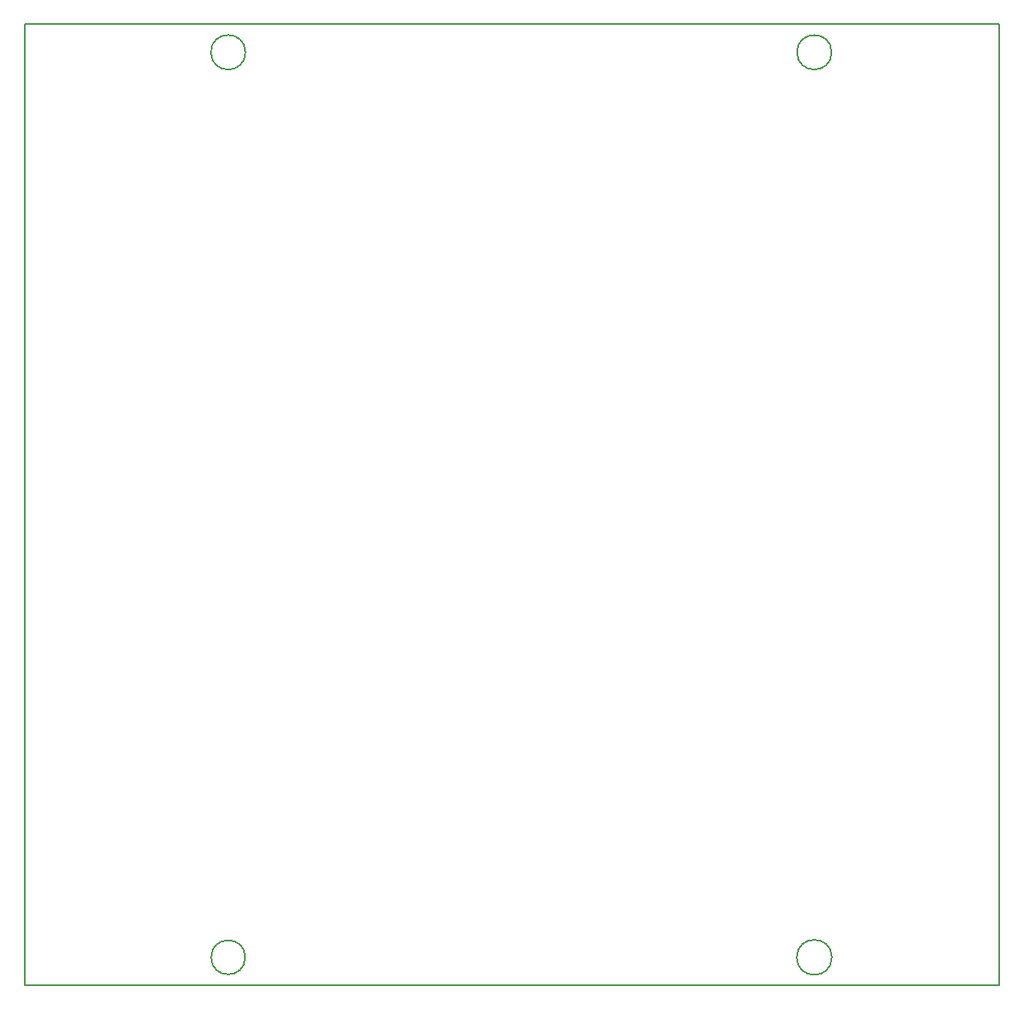
<source format=gbr>
G04 #@! TF.GenerationSoftware,KiCad,Pcbnew,7.0.9*
G04 #@! TF.CreationDate,2024-01-20T11:08:54+10:00*
G04 #@! TF.ProjectId,Front Console 12 Stepper,46726f6e-7420-4436-9f6e-736f6c652031,rev?*
G04 #@! TF.SameCoordinates,Original*
G04 #@! TF.FileFunction,Profile,NP*
%FSLAX46Y46*%
G04 Gerber Fmt 4.6, Leading zero omitted, Abs format (unit mm)*
G04 Created by KiCad (PCBNEW 7.0.9) date 2024-01-20 11:08:54*
%MOMM*%
%LPD*%
G01*
G04 APERTURE LIST*
G04 #@! TA.AperFunction,Profile*
%ADD10C,0.150000*%
G04 #@! TD*
G04 APERTURE END LIST*
D10*
X207290851Y-157000000D02*
G75*
G03*
X207290851Y-157000000I-1796051J0D01*
G01*
X207264070Y-64290000D02*
G75*
G03*
X207264070Y-64290000I-1769270J0D01*
G01*
X147269270Y-64290000D02*
G75*
G03*
X147269270Y-64290000I-1769270J0D01*
G01*
X147247992Y-157000000D02*
G75*
G03*
X147247992Y-157000000I-1747992J0D01*
G01*
X124715750Y-61432500D02*
X224410750Y-61432500D01*
X224410750Y-159857500D01*
X124715750Y-159857500D01*
X124715750Y-61432500D01*
M02*

</source>
